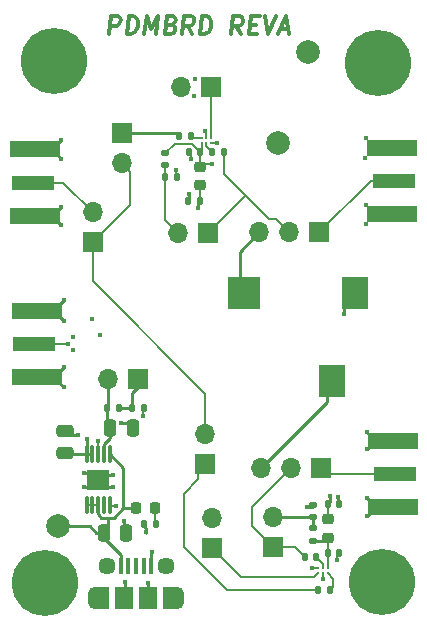
<source format=gbr>
%TF.GenerationSoftware,KiCad,Pcbnew,(6.0.9)*%
%TF.CreationDate,2022-12-23T15:52:02-08:00*%
%TF.ProjectId,pdm_mic_brd,70646d5f-6d69-4635-9f62-72642e6b6963,rev?*%
%TF.SameCoordinates,Original*%
%TF.FileFunction,Copper,L1,Top*%
%TF.FilePolarity,Positive*%
%FSLAX46Y46*%
G04 Gerber Fmt 4.6, Leading zero omitted, Abs format (unit mm)*
G04 Created by KiCad (PCBNEW (6.0.9)) date 2022-12-23 15:52:02*
%MOMM*%
%LPD*%
G01*
G04 APERTURE LIST*
G04 Aperture macros list*
%AMRoundRect*
0 Rectangle with rounded corners*
0 $1 Rounding radius*
0 $2 $3 $4 $5 $6 $7 $8 $9 X,Y pos of 4 corners*
0 Add a 4 corners polygon primitive as box body*
4,1,4,$2,$3,$4,$5,$6,$7,$8,$9,$2,$3,0*
0 Add four circle primitives for the rounded corners*
1,1,$1+$1,$2,$3*
1,1,$1+$1,$4,$5*
1,1,$1+$1,$6,$7*
1,1,$1+$1,$8,$9*
0 Add four rect primitives between the rounded corners*
20,1,$1+$1,$2,$3,$4,$5,0*
20,1,$1+$1,$4,$5,$6,$7,0*
20,1,$1+$1,$6,$7,$8,$9,0*
20,1,$1+$1,$8,$9,$2,$3,0*%
G04 Aperture macros list end*
%ADD10C,0.300000*%
%TA.AperFunction,NonConductor*%
%ADD11C,0.300000*%
%TD*%
%TA.AperFunction,ComponentPad*%
%ADD12R,1.700000X1.700000*%
%TD*%
%TA.AperFunction,ComponentPad*%
%ADD13O,1.700000X1.700000*%
%TD*%
%TA.AperFunction,SMDPad,CuDef*%
%ADD14RoundRect,0.250000X-0.250000X-0.475000X0.250000X-0.475000X0.250000X0.475000X-0.250000X0.475000X0*%
%TD*%
%TA.AperFunction,SMDPad,CuDef*%
%ADD15RoundRect,0.140000X-0.140000X-0.170000X0.140000X-0.170000X0.140000X0.170000X-0.140000X0.170000X0*%
%TD*%
%TA.AperFunction,SMDPad,CuDef*%
%ADD16RoundRect,0.218750X0.256250X-0.218750X0.256250X0.218750X-0.256250X0.218750X-0.256250X-0.218750X0*%
%TD*%
%TA.AperFunction,SMDPad,CuDef*%
%ADD17R,3.600000X1.270000*%
%TD*%
%TA.AperFunction,SMDPad,CuDef*%
%ADD18R,4.200000X1.350000*%
%TD*%
%TA.AperFunction,SMDPad,CuDef*%
%ADD19RoundRect,0.135000X0.135000X0.185000X-0.135000X0.185000X-0.135000X-0.185000X0.135000X-0.185000X0*%
%TD*%
%TA.AperFunction,SMDPad,CuDef*%
%ADD20RoundRect,0.218750X0.218750X0.256250X-0.218750X0.256250X-0.218750X-0.256250X0.218750X-0.256250X0*%
%TD*%
%TA.AperFunction,SMDPad,CuDef*%
%ADD21RoundRect,0.140000X0.140000X0.170000X-0.140000X0.170000X-0.140000X-0.170000X0.140000X-0.170000X0*%
%TD*%
%TA.AperFunction,SMDPad,CuDef*%
%ADD22C,0.215000*%
%TD*%
%TA.AperFunction,ComponentPad*%
%ADD23C,3.600000*%
%TD*%
%TA.AperFunction,ConnectorPad*%
%ADD24C,5.600000*%
%TD*%
%TA.AperFunction,SMDPad,CuDef*%
%ADD25RoundRect,0.135000X-0.185000X0.135000X-0.185000X-0.135000X0.185000X-0.135000X0.185000X0.135000X0*%
%TD*%
%TA.AperFunction,SMDPad,CuDef*%
%ADD26R,2.200000X2.800000*%
%TD*%
%TA.AperFunction,SMDPad,CuDef*%
%ADD27R,2.800000X2.800000*%
%TD*%
%TA.AperFunction,SMDPad,CuDef*%
%ADD28RoundRect,0.135000X-0.135000X-0.185000X0.135000X-0.185000X0.135000X0.185000X-0.135000X0.185000X0*%
%TD*%
%TA.AperFunction,SMDPad,CuDef*%
%ADD29RoundRect,0.250000X0.475000X-0.250000X0.475000X0.250000X-0.475000X0.250000X-0.475000X-0.250000X0*%
%TD*%
%TA.AperFunction,SMDPad,CuDef*%
%ADD30RoundRect,0.075000X0.075000X-0.650000X0.075000X0.650000X-0.075000X0.650000X-0.075000X-0.650000X0*%
%TD*%
%TA.AperFunction,SMDPad,CuDef*%
%ADD31R,1.880000X1.680000*%
%TD*%
%TA.AperFunction,SMDPad,CuDef*%
%ADD32RoundRect,0.135000X0.185000X-0.135000X0.185000X0.135000X-0.185000X0.135000X-0.185000X-0.135000X0*%
%TD*%
%TA.AperFunction,ComponentPad*%
%ADD33C,2.000000*%
%TD*%
%TA.AperFunction,SMDPad,CuDef*%
%ADD34RoundRect,0.218750X-0.256250X0.218750X-0.256250X-0.218750X0.256250X-0.218750X0.256250X0.218750X0*%
%TD*%
%TA.AperFunction,SMDPad,CuDef*%
%ADD35R,0.400000X1.350000*%
%TD*%
%TA.AperFunction,SMDPad,CuDef*%
%ADD36R,1.500000X1.900000*%
%TD*%
%TA.AperFunction,ComponentPad*%
%ADD37C,1.450000*%
%TD*%
%TA.AperFunction,ComponentPad*%
%ADD38O,1.200000X1.900000*%
%TD*%
%TA.AperFunction,SMDPad,CuDef*%
%ADD39R,1.200000X1.900000*%
%TD*%
%TA.AperFunction,ViaPad*%
%ADD40C,0.450000*%
%TD*%
%TA.AperFunction,Conductor*%
%ADD41C,0.254000*%
%TD*%
%TA.AperFunction,Conductor*%
%ADD42C,0.200000*%
%TD*%
G04 APERTURE END LIST*
D10*
D11*
X114478276Y-33697571D02*
X114665776Y-32197571D01*
X115237205Y-32197571D01*
X115371133Y-32269000D01*
X115433633Y-32340428D01*
X115487205Y-32483285D01*
X115460419Y-32697571D01*
X115371133Y-32840428D01*
X115290776Y-32911857D01*
X115138991Y-32983285D01*
X114567562Y-32983285D01*
X115978276Y-33697571D02*
X116165776Y-32197571D01*
X116522919Y-32197571D01*
X116728276Y-32269000D01*
X116853276Y-32411857D01*
X116906848Y-32554714D01*
X116942562Y-32840428D01*
X116915776Y-33054714D01*
X116808633Y-33340428D01*
X116719348Y-33483285D01*
X116558633Y-33626142D01*
X116335419Y-33697571D01*
X115978276Y-33697571D01*
X117478276Y-33697571D02*
X117665776Y-32197571D01*
X118031848Y-33269000D01*
X118665776Y-32197571D01*
X118478276Y-33697571D01*
X119790776Y-32911857D02*
X119996133Y-32983285D01*
X120058633Y-33054714D01*
X120112205Y-33197571D01*
X120085419Y-33411857D01*
X119996133Y-33554714D01*
X119915776Y-33626142D01*
X119763991Y-33697571D01*
X119192562Y-33697571D01*
X119380062Y-32197571D01*
X119880062Y-32197571D01*
X120013991Y-32269000D01*
X120076491Y-32340428D01*
X120130062Y-32483285D01*
X120112205Y-32626142D01*
X120022919Y-32769000D01*
X119942562Y-32840428D01*
X119790776Y-32911857D01*
X119290776Y-32911857D01*
X121549705Y-33697571D02*
X121138991Y-32983285D01*
X120692562Y-33697571D02*
X120880062Y-32197571D01*
X121451491Y-32197571D01*
X121585419Y-32269000D01*
X121647919Y-32340428D01*
X121701491Y-32483285D01*
X121674705Y-32697571D01*
X121585419Y-32840428D01*
X121505062Y-32911857D01*
X121353276Y-32983285D01*
X120781848Y-32983285D01*
X122192562Y-33697571D02*
X122380062Y-32197571D01*
X122737205Y-32197571D01*
X122942562Y-32269000D01*
X123067562Y-32411857D01*
X123121133Y-32554714D01*
X123156848Y-32840428D01*
X123130062Y-33054714D01*
X123022919Y-33340428D01*
X122933633Y-33483285D01*
X122772919Y-33626142D01*
X122549705Y-33697571D01*
X122192562Y-33697571D01*
X125692562Y-33697571D02*
X125281848Y-32983285D01*
X124835419Y-33697571D02*
X125022919Y-32197571D01*
X125594348Y-32197571D01*
X125728276Y-32269000D01*
X125790776Y-32340428D01*
X125844348Y-32483285D01*
X125817562Y-32697571D01*
X125728276Y-32840428D01*
X125647919Y-32911857D01*
X125496133Y-32983285D01*
X124924705Y-32983285D01*
X126433633Y-32911857D02*
X126933633Y-32911857D01*
X127049705Y-33697571D02*
X126335419Y-33697571D01*
X126522919Y-32197571D01*
X127237205Y-32197571D01*
X127665776Y-32197571D02*
X127978276Y-33697571D01*
X128665776Y-32197571D01*
X128960419Y-33269000D02*
X129674705Y-33269000D01*
X128763991Y-33697571D02*
X129451491Y-32197571D01*
X129763991Y-33697571D01*
D12*
%TO.P,J6,1,Pin_1*%
%TO.N,Net-(J6-Pad1)*%
X115555000Y-42088000D03*
D13*
%TO.P,J6,2,Pin_2*%
%TO.N,PDAT_SMA*%
X115555000Y-44628000D03*
%TD*%
D12*
%TO.P,J5,1,Pin_1*%
%TO.N,PDAT_SMA*%
X113118000Y-51322000D03*
D13*
%TO.P,J5,2,Pin_2*%
%TO.N,Net-(J4-Pad1)*%
X113118000Y-48782000D03*
%TD*%
D14*
%TO.P,C1,1*%
%TO.N,V_IN*%
X114052000Y-75896000D03*
%TO.P,C1,2*%
%TO.N,GND*%
X115952000Y-75896000D03*
%TD*%
D15*
%TO.P,C9,1*%
%TO.N,VDDA*%
X133030000Y-73461500D03*
%TO.P,C9,2*%
%TO.N,GND*%
X133990000Y-73461500D03*
%TD*%
D16*
%TO.P,FB2,1*%
%TO.N,V_PDM_R*%
X133042000Y-76355000D03*
%TO.P,FB2,2*%
%TO.N,VDDA*%
X133042000Y-74780000D03*
%TD*%
D17*
%TO.P,J15,1,In*%
%TO.N,Net-(J13-Pad1)*%
X138638500Y-46137000D03*
D18*
%TO.P,J15,2,Ext*%
%TO.N,GND*%
X138438500Y-43312000D03*
X138438500Y-48962000D03*
%TD*%
D19*
%TO.P,R5,1*%
%TO.N,Net-(R5-Pad1)*%
X133225000Y-80752000D03*
%TO.P,R5,2*%
%TO.N,Net-(J7-Pad1)*%
X132205000Y-80752000D03*
%TD*%
D20*
%TO.P,D1,1,K*%
%TO.N,Net-(D1-Pad1)*%
X118366500Y-73785000D03*
%TO.P,D1,2,A*%
%TO.N,V_IN*%
X116791500Y-73785000D03*
%TD*%
D21*
%TO.P,C8,1*%
%TO.N,VDDA*%
X122168000Y-47789000D03*
%TO.P,C8,2*%
%TO.N,GND*%
X121208000Y-47789000D03*
%TD*%
D22*
%TO.P,U3,A1,CLK*%
%TO.N,Net-(J9-Pad1)*%
X132195000Y-79299819D03*
%TO.P,U3,A2,SEL*%
%TO.N,GND*%
X132195000Y-78899819D03*
%TO.P,U3,B1,GND*%
X132595000Y-79299819D03*
%TO.P,U3,B2,INPUT*%
%TO.N,Net-(C6-Pad1)*%
X132595000Y-78899819D03*
%TO.P,U3,C1,DAT*%
%TO.N,Net-(R5-Pad1)*%
X132995000Y-79299819D03*
%TO.P,U3,C2,VDD*%
%TO.N,V_PDM_R*%
X132995000Y-78899819D03*
%TD*%
D17*
%TO.P,J3,1,In*%
%TO.N,CLK_SMA*%
X108178000Y-59923000D03*
D18*
%TO.P,J3,2,Ext*%
%TO.N,GND*%
X108378000Y-57098000D03*
X108378000Y-62748000D03*
%TD*%
D12*
%TO.P,J1,1,Pin_1*%
%TO.N,Net-(J1-Pad1)*%
X116948000Y-62889000D03*
D13*
%TO.P,J1,2,Pin_2*%
%TO.N,Net-(C2-Pad1)*%
X114408000Y-62889000D03*
%TD*%
D23*
%TO.P,H4,1,1*%
%TO.N,GND*%
X137238000Y-36127000D03*
D24*
X137238000Y-36127000D03*
%TD*%
D19*
%TO.P,R4,1*%
%TO.N,Net-(R4-Pad1)*%
X121405000Y-42354000D03*
%TO.P,R4,2*%
%TO.N,Net-(J6-Pad1)*%
X120385000Y-42354000D03*
%TD*%
D12*
%TO.P,J11,1,Pin_1*%
%TO.N,Net-(C6-Pad2)*%
X128350000Y-77108000D03*
D13*
%TO.P,J11,2,Pin_2*%
%TO.N,Net-(J11-Pad2)*%
X128350000Y-74568000D03*
%TD*%
D17*
%TO.P,J14,1,In*%
%TO.N,Net-(J12-Pad1)*%
X138708000Y-70942000D03*
D18*
%TO.P,J14,2,Ext*%
%TO.N,GND*%
X138508000Y-73767000D03*
X138508000Y-68117000D03*
%TD*%
D23*
%TO.P,H1,1,1*%
%TO.N,GND*%
X109792000Y-35945000D03*
D24*
X109792000Y-35945000D03*
%TD*%
D12*
%TO.P,J13,1,Pin_1*%
%TO.N,Net-(J13-Pad1)*%
X132309000Y-50486000D03*
D13*
%TO.P,J13,2,Pin_2*%
%TO.N,Net-(C7-Pad2)*%
X129769000Y-50486000D03*
%TO.P,J13,3,Pin_3*%
%TO.N,LEFT*%
X127229000Y-50486000D03*
%TD*%
D12*
%TO.P,J7,1,Pin_1*%
%TO.N,Net-(J7-Pad1)*%
X122614000Y-70090000D03*
D13*
%TO.P,J7,2,Pin_2*%
%TO.N,PDAT_SMA*%
X122614000Y-67550000D03*
%TD*%
D17*
%TO.P,J4,1,In*%
%TO.N,Net-(J4-Pad1)*%
X108022000Y-46266000D03*
D18*
%TO.P,J4,2,Ext*%
%TO.N,GND*%
X108222000Y-43441000D03*
X108222000Y-49091000D03*
%TD*%
D25*
%TO.P,R6,1*%
%TO.N,V_PDM_L*%
X119263000Y-43770000D03*
%TO.P,R6,2*%
%TO.N,Net-(J10-Pad2)*%
X119263000Y-44790000D03*
%TD*%
D26*
%TO.P,J16,R*%
%TO.N,RIGHT*%
X133330000Y-63044000D03*
%TO.P,J16,S*%
%TO.N,GND*%
X135330000Y-55644000D03*
D27*
%TO.P,J16,T*%
%TO.N,LEFT*%
X125930000Y-55644000D03*
%TD*%
D28*
%TO.P,R2,1*%
%TO.N,Net-(J1-Pad1)*%
X116427000Y-65347000D03*
%TO.P,R2,2*%
%TO.N,GND*%
X117447000Y-65347000D03*
%TD*%
D21*
%TO.P,C4,1*%
%TO.N,V_PDM_L*%
X122183000Y-43662000D03*
%TO.P,C4,2*%
%TO.N,GND*%
X121223000Y-43662000D03*
%TD*%
D28*
%TO.P,R1,1*%
%TO.N,Net-(C2-Pad1)*%
X114338000Y-65326000D03*
%TO.P,R1,2*%
%TO.N,Net-(J1-Pad1)*%
X115358000Y-65326000D03*
%TD*%
D29*
%TO.P,C3,1*%
%TO.N,VDDA*%
X110742000Y-69179000D03*
%TO.P,C3,2*%
%TO.N,GND*%
X110742000Y-67279000D03*
%TD*%
D30*
%TO.P,U1,1,IN*%
%TO.N,V_IN*%
X112588000Y-73582000D03*
%TO.P,U1,2,IN*%
X113088000Y-73582000D03*
%TO.P,U1,3,EN/UV*%
X113588000Y-73582000D03*
%TO.P,U1,4,PG*%
%TO.N,unconnected-(U1-Pad4)*%
X114088000Y-73582000D03*
%TO.P,U1,5,ILIM*%
%TO.N,GND*%
X114588000Y-73582000D03*
%TO.P,U1,6,PGFB*%
%TO.N,V_IN*%
X114588000Y-69282000D03*
%TO.P,U1,7,SET*%
%TO.N,Net-(C2-Pad1)*%
X114088000Y-69282000D03*
%TO.P,U1,8,GND*%
%TO.N,GND*%
X113588000Y-69282000D03*
%TO.P,U1,9,OUTS*%
%TO.N,VDDA*%
X113088000Y-69282000D03*
%TO.P,U1,10,OUT*%
X112588000Y-69282000D03*
D31*
%TO.P,U1,11,GND*%
%TO.N,GND*%
X113588000Y-71432000D03*
%TD*%
D15*
%TO.P,C7,1*%
%TO.N,Net-(C7-Pad1)*%
X123231000Y-43665000D03*
%TO.P,C7,2*%
%TO.N,Net-(C7-Pad2)*%
X124191000Y-43665000D03*
%TD*%
D32*
%TO.P,R8,1*%
%TO.N,V_PDM_R*%
X131740000Y-76567000D03*
%TO.P,R8,2*%
%TO.N,Net-(J11-Pad2)*%
X131740000Y-75547000D03*
%TD*%
D28*
%TO.P,R7,1*%
%TO.N,Net-(J10-Pad2)*%
X119246000Y-45800000D03*
%TO.P,R7,2*%
%TO.N,GND*%
X120266000Y-45800000D03*
%TD*%
D33*
%TO.P,TP1,1,1*%
%TO.N,V_IN*%
X110153000Y-75324000D03*
%TD*%
D12*
%TO.P,J10,1,Pin_1*%
%TO.N,Net-(C7-Pad2)*%
X122881000Y-50500000D03*
D13*
%TO.P,J10,2,Pin_2*%
%TO.N,Net-(J10-Pad2)*%
X120341000Y-50500000D03*
%TD*%
D34*
%TO.P,FB1,1*%
%TO.N,V_PDM_L*%
X122179000Y-44926000D03*
%TO.P,FB1,2*%
%TO.N,VDDA*%
X122179000Y-46501000D03*
%TD*%
D19*
%TO.P,R3,1*%
%TO.N,Net-(D1-Pad1)*%
X118475000Y-75178000D03*
%TO.P,R3,2*%
%TO.N,GND*%
X117455000Y-75178000D03*
%TD*%
D12*
%TO.P,J9,1,Pin_1*%
%TO.N,Net-(J9-Pad1)*%
X123193000Y-77189000D03*
D13*
%TO.P,J9,2,Pin_2*%
%TO.N,CLK_SMA*%
X123193000Y-74649000D03*
%TD*%
D15*
%TO.P,C5,1*%
%TO.N,V_PDM_R*%
X133014000Y-77624500D03*
%TO.P,C5,2*%
%TO.N,GND*%
X133974000Y-77624500D03*
%TD*%
D12*
%TO.P,J8,1,Pin_1*%
%TO.N,Net-(J8-Pad1)*%
X123087000Y-38177000D03*
D13*
%TO.P,J8,2,Pin_2*%
%TO.N,CLK_SMA*%
X120547000Y-38177000D03*
%TD*%
D33*
%TO.P,TP3,1,1*%
%TO.N,VDDA*%
X128799000Y-42912000D03*
%TD*%
D23*
%TO.P,H3,1,1*%
%TO.N,GND*%
X137576000Y-80097000D03*
D24*
X137576000Y-80097000D03*
%TD*%
D12*
%TO.P,J12,1,Pin_1*%
%TO.N,Net-(J12-Pad1)*%
X132436000Y-70413000D03*
D13*
%TO.P,J12,2,Pin_2*%
%TO.N,Net-(C6-Pad2)*%
X129896000Y-70413000D03*
%TO.P,J12,3,Pin_3*%
%TO.N,RIGHT*%
X127356000Y-70413000D03*
%TD*%
D14*
%TO.P,C2,1*%
%TO.N,Net-(C2-Pad1)*%
X114580000Y-67069000D03*
%TO.P,C2,2*%
%TO.N,GND*%
X116480000Y-67069000D03*
%TD*%
D33*
%TO.P,TP2,1,1*%
%TO.N,GND*%
X131362000Y-35232000D03*
%TD*%
D21*
%TO.P,C6,1*%
%TO.N,Net-(C6-Pad1)*%
X132023000Y-77942500D03*
%TO.P,C6,2*%
%TO.N,Net-(C6-Pad2)*%
X131063000Y-77942500D03*
%TD*%
D35*
%TO.P,J2,1,VBUS*%
%TO.N,V_IN*%
X115483000Y-78697000D03*
%TO.P,J2,2,D-*%
%TO.N,unconnected-(J2-Pad2)*%
X116133000Y-78697000D03*
%TO.P,J2,3,D+*%
%TO.N,unconnected-(J2-Pad3)*%
X116783000Y-78697000D03*
%TO.P,J2,4,ID*%
%TO.N,unconnected-(J2-Pad4)*%
X117433000Y-78697000D03*
%TO.P,J2,5,GND*%
%TO.N,GND*%
X118083000Y-78697000D03*
D36*
%TO.P,J2,6,Shield*%
X117783000Y-81397000D03*
D37*
X114283000Y-78697000D03*
D38*
X113283000Y-81397000D03*
D36*
X115783000Y-81397000D03*
D37*
X119283000Y-78697000D03*
D39*
X113883000Y-81397000D03*
D38*
X120283000Y-81397000D03*
D39*
X119683000Y-81397000D03*
%TD*%
D22*
%TO.P,U2,A1,CLK*%
%TO.N,Net-(J8-Pad1)*%
X123139000Y-42473000D03*
%TO.P,U2,A2,SEL*%
%TO.N,V_PDM_L*%
X123139000Y-42873000D03*
%TO.P,U2,B1,GND*%
%TO.N,GND*%
X122739000Y-42473000D03*
%TO.P,U2,B2,INPUT*%
%TO.N,Net-(C7-Pad1)*%
X122739000Y-42873000D03*
%TO.P,U2,C1,DAT*%
%TO.N,Net-(R4-Pad1)*%
X122339000Y-42473000D03*
%TO.P,U2,C2,VDD*%
%TO.N,V_PDM_L*%
X122339000Y-42873000D03*
%TD*%
D32*
%TO.P,R9,1*%
%TO.N,Net-(J11-Pad2)*%
X131732000Y-74580000D03*
%TO.P,R9,2*%
%TO.N,GND*%
X131732000Y-73560000D03*
%TD*%
D24*
%TO.P,H2,1,1*%
%TO.N,GND*%
X109064000Y-80154000D03*
D23*
X109064000Y-80154000D03*
%TD*%
D40*
%TO.N,GND*%
X121300000Y-47233000D03*
X131686000Y-78889500D03*
X134419000Y-57384000D03*
X111432000Y-59342000D03*
X136271000Y-48144000D03*
X136201000Y-44153000D03*
X112401000Y-72025000D03*
X115875000Y-80088000D03*
X121736000Y-37515000D03*
X110636000Y-63603000D03*
X132596000Y-79864500D03*
X121407000Y-44301000D03*
X110436000Y-44223000D03*
X118125000Y-77568000D03*
X121718000Y-38955000D03*
X114849869Y-70996993D03*
X113730000Y-59152000D03*
X114808000Y-72015000D03*
X133848000Y-72860000D03*
X113030000Y-57810000D03*
X115538000Y-66601000D03*
X110645000Y-56227000D03*
X136260000Y-49757000D03*
X111417000Y-60469000D03*
X110412000Y-49834000D03*
X133799000Y-78239000D03*
X115759000Y-74889000D03*
X122614500Y-41907496D03*
X110449000Y-42643000D03*
X131259000Y-73702000D03*
X112376000Y-70831000D03*
X136297000Y-68854000D03*
X136335000Y-72975000D03*
X117601000Y-75845000D03*
X120148000Y-45208000D03*
X136219000Y-42503000D03*
X111876000Y-67659000D03*
X136291000Y-67358000D03*
X110659000Y-61913000D03*
X136324000Y-74525000D03*
X117799000Y-80145000D03*
X117354000Y-65984000D03*
X110412000Y-48333000D03*
X115080000Y-73614000D03*
X113569126Y-68154186D03*
X110645000Y-57943000D03*
%TO.N,VDDA*%
X112594000Y-67959000D03*
X122027000Y-48415000D03*
X133190000Y-72819000D03*
%TO.N,V_PDM_L*%
X123655000Y-42917000D03*
X123194000Y-44660000D03*
%TO.N,CLK_SMA*%
X110976000Y-59898000D03*
%TD*%
D41*
%TO.N,V_IN*%
X114052000Y-75896000D02*
X113417000Y-75896000D01*
D42*
X112588000Y-73582000D02*
X113588000Y-73582000D01*
D41*
X115700598Y-73845134D02*
X115700598Y-70394598D01*
X116791500Y-73785000D02*
X115760732Y-73785000D01*
X113982000Y-75826000D02*
X114052000Y-75896000D01*
X113588000Y-73582000D02*
X113588000Y-74337330D01*
X113846486Y-74634000D02*
X114911732Y-74634000D01*
X113417000Y-75896000D02*
X112845000Y-75324000D01*
X115483000Y-78697000D02*
X115483000Y-77804000D01*
X115760732Y-73785000D02*
X115700598Y-73845134D01*
X113611000Y-74398514D02*
X113846486Y-74634000D01*
X115700598Y-70394598D02*
X114588000Y-69282000D01*
X114052000Y-76373000D02*
X114052000Y-75896000D01*
X114052000Y-75896000D02*
X114052000Y-75707000D01*
X113588000Y-74337330D02*
X113611000Y-74360330D01*
X113611000Y-74360330D02*
X113611000Y-74398514D01*
X114052000Y-75707000D02*
X114417000Y-75342000D01*
X112845000Y-75324000D02*
X110153000Y-75324000D01*
X114417000Y-75342000D02*
X114417000Y-74633500D01*
X115483000Y-77804000D02*
X114052000Y-76373000D01*
X114911732Y-74634000D02*
X115700598Y-73845134D01*
D42*
%TO.N,GND*%
X133799000Y-77799500D02*
X133974000Y-77624500D01*
D41*
X114023007Y-70996993D02*
X114849869Y-70996993D01*
X109651000Y-43441000D02*
X110449000Y-42643000D01*
X109654000Y-43441000D02*
X110436000Y-44223000D01*
X115759000Y-74889000D02*
X115759000Y-75703000D01*
D42*
X113588000Y-69282000D02*
X113588000Y-68173060D01*
X122739000Y-42473000D02*
X122739000Y-42031996D01*
D41*
X108222000Y-49091000D02*
X109654000Y-49091000D01*
X108378000Y-57098000D02*
X109774000Y-57098000D01*
X108222000Y-49091000D02*
X109669000Y-49091000D01*
D42*
X121407000Y-43846000D02*
X121223000Y-43662000D01*
D41*
X114171000Y-72015000D02*
X113588000Y-71432000D01*
X133848000Y-73296000D02*
X133848000Y-72860000D01*
X109774000Y-57098000D02*
X110645000Y-56227000D01*
X138508000Y-68117000D02*
X137034000Y-68117000D01*
X108222000Y-43441000D02*
X109651000Y-43441000D01*
X121300000Y-47697000D02*
X121208000Y-47789000D01*
X108378000Y-62748000D02*
X109781000Y-62748000D01*
X131732000Y-73684000D02*
X131714000Y-73702000D01*
X121300000Y-47233000D02*
X121300000Y-47697000D01*
X134419000Y-56555000D02*
X135330000Y-55644000D01*
D42*
X114622695Y-73616695D02*
X115149098Y-73616695D01*
D41*
X115875000Y-81305000D02*
X115783000Y-81397000D01*
X112376000Y-70831000D02*
X112987000Y-70831000D01*
D42*
X133799000Y-78239000D02*
X133799000Y-77799500D01*
D41*
X138508000Y-73767000D02*
X137127000Y-73767000D01*
X137082000Y-73767000D02*
X136324000Y-74525000D01*
D42*
X122739000Y-42031996D02*
X122614500Y-41907496D01*
D41*
X137034000Y-68117000D02*
X136297000Y-68854000D01*
D42*
X121407000Y-44301000D02*
X121407000Y-43846000D01*
X120148000Y-45682000D02*
X120266000Y-45800000D01*
X114588000Y-73582000D02*
X114622695Y-73616695D01*
X113588000Y-68173060D02*
X113569126Y-68154186D01*
D41*
X137050000Y-68117000D02*
X136291000Y-67358000D01*
X133990000Y-73438000D02*
X133848000Y-73296000D01*
X138508000Y-73767000D02*
X137082000Y-73767000D01*
X109654000Y-49091000D02*
X110412000Y-48333000D01*
X108378000Y-62748000D02*
X109824000Y-62748000D01*
X109781000Y-62748000D02*
X110636000Y-63603000D01*
X115759000Y-75703000D02*
X115952000Y-75896000D01*
X131732000Y-73560000D02*
X131732000Y-73684000D01*
X117799000Y-80145000D02*
X117799000Y-81381000D01*
X117799000Y-81381000D02*
X117783000Y-81397000D01*
X109669000Y-49091000D02*
X110412000Y-49834000D01*
X117595000Y-75469000D02*
X117595000Y-75908000D01*
X112995000Y-72025000D02*
X113588000Y-71432000D01*
X113588000Y-71432000D02*
X114023007Y-70996993D01*
X112987000Y-70831000D02*
X113588000Y-71432000D01*
D42*
X117354000Y-65984000D02*
X117354000Y-65440000D01*
D41*
X118083000Y-77610000D02*
X118125000Y-77568000D01*
D42*
X132595000Y-79863500D02*
X132595000Y-79299819D01*
D41*
X115875000Y-80088000D02*
X115875000Y-81305000D01*
D42*
X132184681Y-78889500D02*
X132195000Y-78899819D01*
D41*
X137127000Y-73767000D02*
X136335000Y-72975000D01*
X134419000Y-57384000D02*
X134419000Y-56555000D01*
X112401000Y-72025000D02*
X112995000Y-72025000D01*
X116012000Y-66601000D02*
X116480000Y-67069000D01*
X117455000Y-75329000D02*
X117595000Y-75469000D01*
X109800000Y-57098000D02*
X110645000Y-57943000D01*
D42*
X132596000Y-79864500D02*
X132595000Y-79863500D01*
D41*
X131714000Y-73702000D02*
X131259000Y-73702000D01*
X115538000Y-66601000D02*
X116012000Y-66601000D01*
D42*
X117354000Y-65440000D02*
X117447000Y-65347000D01*
D41*
X133990000Y-73461500D02*
X133978500Y-73461500D01*
X133990000Y-73461500D02*
X133990000Y-73438000D01*
X108222000Y-43441000D02*
X109654000Y-43441000D01*
X117455000Y-75178000D02*
X117455000Y-75329000D01*
X109824000Y-62748000D02*
X110659000Y-61913000D01*
X111889000Y-67656000D02*
X111154000Y-67656000D01*
X114808000Y-72015000D02*
X114171000Y-72015000D01*
X108378000Y-57098000D02*
X109800000Y-57098000D01*
X118083000Y-78697000D02*
X118083000Y-77610000D01*
D42*
X131686000Y-78889500D02*
X132184681Y-78889500D01*
X120148000Y-45208000D02*
X120148000Y-45682000D01*
D41*
X138508000Y-68117000D02*
X137050000Y-68117000D01*
%TO.N,Net-(C2-Pad1)*%
X114322000Y-66811000D02*
X114580000Y-67069000D01*
X114408000Y-62889000D02*
X114408000Y-65256000D01*
X114088000Y-69282000D02*
X114088000Y-68415251D01*
X114408000Y-65256000D02*
X114338000Y-65326000D01*
X114322000Y-66168000D02*
X114322000Y-66811000D01*
X114338000Y-65326000D02*
X114338000Y-66152000D01*
X114580000Y-67923251D02*
X114580000Y-67069000D01*
X114338000Y-66152000D02*
X114322000Y-66168000D01*
X114088000Y-68415251D02*
X114580000Y-67923251D01*
%TO.N,VDDA*%
X110845000Y-69282000D02*
X110742000Y-69179000D01*
D42*
X122168000Y-47789000D02*
X122168000Y-46512000D01*
X133030000Y-73461500D02*
X133030000Y-74768000D01*
D41*
X133190000Y-73301500D02*
X133030000Y-73461500D01*
D42*
X122168000Y-46512000D02*
X122179000Y-46501000D01*
D41*
X112588000Y-69282000D02*
X112588000Y-67965000D01*
D42*
X133030000Y-74768000D02*
X133042000Y-74780000D01*
D41*
X122027000Y-48415000D02*
X122027000Y-47930000D01*
X122027000Y-47930000D02*
X122168000Y-47789000D01*
X112588000Y-69282000D02*
X113088000Y-69282000D01*
X133190000Y-72819000D02*
X133190000Y-73301500D01*
X112588000Y-67965000D02*
X112594000Y-67959000D01*
X112588000Y-69282000D02*
X110845000Y-69282000D01*
D42*
%TO.N,V_PDM_L*%
X122183000Y-43662000D02*
X121514000Y-42993000D01*
X123655000Y-42917000D02*
X123183000Y-42917000D01*
X120040000Y-42993000D02*
X119263000Y-43770000D01*
X122445000Y-44660000D02*
X122179000Y-44926000D01*
X122179000Y-44926000D02*
X122179000Y-43666000D01*
X123194000Y-44660000D02*
X122445000Y-44660000D01*
X122179000Y-43666000D02*
X122183000Y-43662000D01*
X122339000Y-42873000D02*
X122339000Y-43506000D01*
X122339000Y-43506000D02*
X122183000Y-43662000D01*
X121514000Y-42993000D02*
X120040000Y-42993000D01*
X123183000Y-42917000D02*
X123139000Y-42873000D01*
%TO.N,V_PDM_R*%
X132995000Y-77643500D02*
X133014000Y-77624500D01*
X133042000Y-77596500D02*
X133014000Y-77624500D01*
X132995000Y-78899819D02*
X132995000Y-77643500D01*
D41*
X132830000Y-76567000D02*
X133042000Y-76355000D01*
D42*
X133042000Y-76355000D02*
X133042000Y-77596500D01*
D41*
X131740000Y-76567000D02*
X132830000Y-76567000D01*
D42*
%TO.N,Net-(C6-Pad1)*%
X132595000Y-78514500D02*
X132023000Y-77942500D01*
X132595000Y-78899819D02*
X132595000Y-78514500D01*
%TO.N,Net-(C6-Pad2)*%
X126583000Y-73726000D02*
X126583000Y-75341000D01*
X128350000Y-77108000D02*
X130228500Y-77108000D01*
X126583000Y-75341000D02*
X128350000Y-77108000D01*
X129896000Y-70413000D02*
X126583000Y-73726000D01*
X130228500Y-77108000D02*
X131063000Y-77942500D01*
%TO.N,Net-(C7-Pad1)*%
X122739000Y-43173000D02*
X123231000Y-43665000D01*
X122739000Y-42873000D02*
X122739000Y-43173000D01*
%TO.N,Net-(C7-Pad2)*%
X126421000Y-47732000D02*
X126069000Y-47380000D01*
X124191000Y-43665000D02*
X124191000Y-45502000D01*
X128025000Y-49336000D02*
X126421000Y-47732000D01*
X126069000Y-47380000D02*
X126001000Y-47380000D01*
X126001000Y-47380000D02*
X122881000Y-50500000D01*
X129769000Y-50486000D02*
X128619000Y-49336000D01*
X128619000Y-49336000D02*
X128025000Y-49336000D01*
X124191000Y-45502000D02*
X126421000Y-47732000D01*
%TO.N,Net-(D1-Pad1)*%
X118366500Y-73785000D02*
X118366500Y-75069500D01*
X118366500Y-75069500D02*
X118475000Y-75178000D01*
D41*
%TO.N,Net-(J1-Pad1)*%
X116427000Y-65347000D02*
X116427000Y-64108000D01*
X116427000Y-64108000D02*
X116948000Y-63587000D01*
X116406000Y-65326000D02*
X116427000Y-65347000D01*
X115358000Y-65326000D02*
X116406000Y-65326000D01*
X116948000Y-63587000D02*
X116948000Y-62889000D01*
X117176000Y-62877000D02*
X117176000Y-63012000D01*
X117176000Y-63012000D02*
X116576000Y-63612000D01*
D42*
%TO.N,CLK_SMA*%
X110951000Y-59923000D02*
X108178000Y-59923000D01*
X110976000Y-59898000D02*
X110951000Y-59923000D01*
%TO.N,Net-(J4-Pad1)*%
X110602000Y-46266000D02*
X113118000Y-48782000D01*
X108022000Y-46266000D02*
X110602000Y-46266000D01*
%TO.N,PDAT_SMA*%
X122614000Y-67550000D02*
X122614000Y-64130000D01*
X116291000Y-48149000D02*
X116291000Y-45364000D01*
X122614000Y-64130000D02*
X113118000Y-54634000D01*
X116291000Y-45364000D02*
X115555000Y-44628000D01*
X113118000Y-51322000D02*
X116291000Y-48149000D01*
X113118000Y-54634000D02*
X113118000Y-51322000D01*
D41*
%TO.N,Net-(J6-Pad1)*%
X120119000Y-42088000D02*
X115555000Y-42088000D01*
X120385000Y-42354000D02*
X120119000Y-42088000D01*
D42*
%TO.N,Net-(J7-Pad1)*%
X124456000Y-80752000D02*
X123941000Y-80237000D01*
X120815000Y-77111000D02*
X123941000Y-80237000D01*
X120815000Y-72599000D02*
X120815000Y-77111000D01*
X122043000Y-70661000D02*
X122043000Y-71371000D01*
X122614000Y-70090000D02*
X122043000Y-70661000D01*
X132205000Y-80752000D02*
X124456000Y-80752000D01*
X122043000Y-71371000D02*
X120815000Y-72599000D01*
%TO.N,Net-(J8-Pad1)*%
X123139000Y-42473000D02*
X123139000Y-38229000D01*
X123139000Y-38229000D02*
X123087000Y-38177000D01*
%TO.N,Net-(J9-Pad1)*%
X131854409Y-79640409D02*
X125644409Y-79640409D01*
X132195000Y-79299819D02*
X131854409Y-79640409D01*
X125644409Y-79640409D02*
X123193000Y-77189000D01*
%TO.N,Net-(J10-Pad2)*%
X119246000Y-49405000D02*
X120341000Y-50500000D01*
X119246000Y-45800000D02*
X119246000Y-49405000D01*
X119263000Y-44790000D02*
X119263000Y-45757000D01*
D41*
%TO.N,Net-(J11-Pad2)*%
X131732000Y-74580000D02*
X131720000Y-74568000D01*
X131720000Y-74568000D02*
X128350000Y-74568000D01*
X131732000Y-75539000D02*
X131740000Y-75547000D01*
X131732000Y-74580000D02*
X131732000Y-75539000D01*
D42*
%TO.N,Net-(J12-Pad1)*%
X138708000Y-70942000D02*
X132965000Y-70942000D01*
X132965000Y-70942000D02*
X132436000Y-70413000D01*
D41*
%TO.N,RIGHT*%
X132971000Y-63070000D02*
X132971000Y-64798000D01*
X132971000Y-64798000D02*
X127356000Y-70413000D01*
D42*
%TO.N,Net-(J13-Pad1)*%
X138638500Y-46137000D02*
X136658000Y-46137000D01*
X136658000Y-46137000D02*
X132309000Y-50486000D01*
D41*
%TO.N,LEFT*%
X125571000Y-55670000D02*
X125571000Y-52144000D01*
X125571000Y-52144000D02*
X127229000Y-50486000D01*
D42*
%TO.N,Net-(R4-Pad1)*%
X121524000Y-42473000D02*
X121405000Y-42354000D01*
X122339000Y-42473000D02*
X121524000Y-42473000D01*
%TO.N,Net-(R5-Pad1)*%
X132995000Y-79299819D02*
X133483000Y-79787819D01*
X133483000Y-80494000D02*
X133225000Y-80752000D01*
X133483000Y-79787819D02*
X133483000Y-80494000D01*
%TD*%
M02*

</source>
